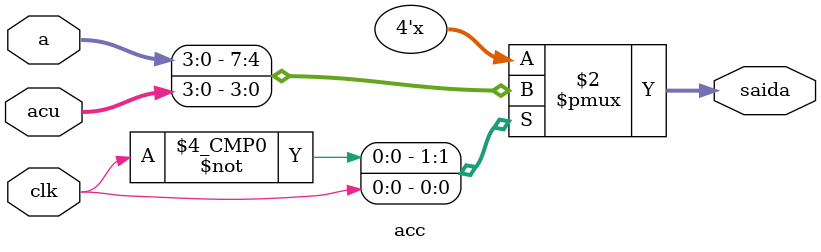
<source format=sv>
module acc(input logic clk, input logic [3:0] a, input logic [3:0] acu, output logic [3:0] saida);
    always@(*) begin
		case (clk)
			1'b0: saida<=a;
			1'b1: saida<=acu;
		endcase
	end
endmodule
</source>
